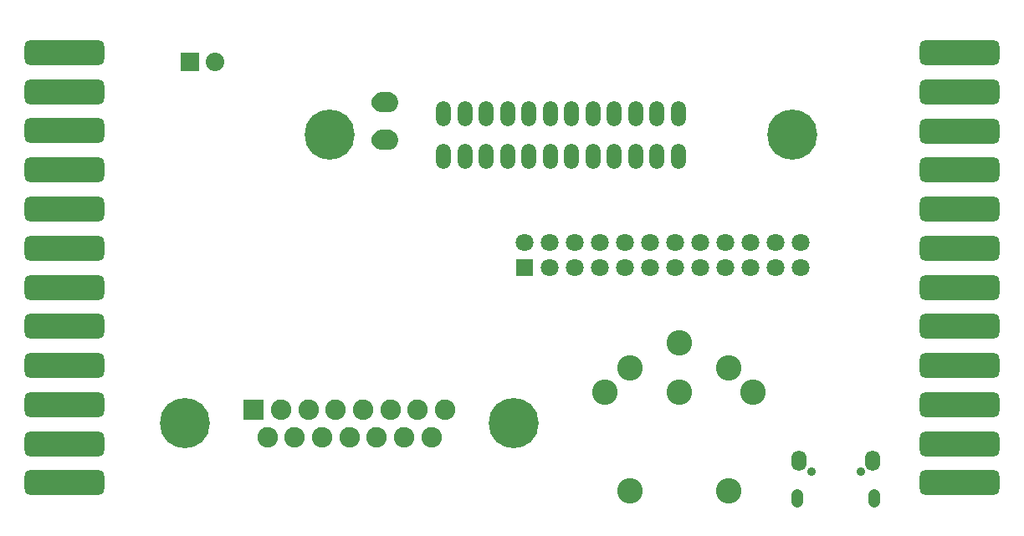
<source format=gbs>
G04*
G04 #@! TF.GenerationSoftware,Altium Limited,Altium Designer,21.0.9 (235)*
G04*
G04 Layer_Color=16711935*
%FSLAX25Y25*%
%MOIN*%
G70*
G04*
G04 #@! TF.SameCoordinates,60D4D8CC-B230-41AC-86C1-82D58538490A*
G04*
G04*
G04 #@! TF.FilePolarity,Negative*
G04*
G01*
G75*
G04:AMPARAMS|DCode=41|XSize=101.42mil|YSize=317.95mil|CornerRadius=26.1mil|HoleSize=0mil|Usage=FLASHONLY|Rotation=90.000|XOffset=0mil|YOffset=0mil|HoleType=Round|Shape=RoundedRectangle|*
%AMROUNDEDRECTD41*
21,1,0.10142,0.26575,0,0,90.0*
21,1,0.04921,0.31795,0,0,90.0*
1,1,0.05221,0.13287,0.02461*
1,1,0.05221,0.13287,-0.02461*
1,1,0.05221,-0.13287,-0.02461*
1,1,0.05221,-0.13287,0.02461*
%
%ADD41ROUNDEDRECTD41*%
%ADD43C,0.07386*%
%ADD44R,0.07386X0.07386*%
%ADD45C,0.19984*%
%ADD46O,0.05811X0.10142*%
%ADD47R,0.08173X0.08173*%
%ADD48C,0.08173*%
%ADD49C,0.10142*%
%ADD50C,0.03449*%
%ADD51O,0.04827X0.07386*%
%ADD52O,0.06008X0.08173*%
%ADD53C,0.07099*%
%ADD54R,0.07099X0.07099*%
G36*
X146762Y146094D02*
X144027Y146094D01*
X143513Y146091D01*
X142517Y146353D01*
X141623Y146864D01*
X140893Y147589D01*
X140375Y148478D01*
X140105Y149472D01*
X140102Y150501D01*
X140367Y151496D01*
X140880Y152388D01*
X141607Y153117D01*
X142498Y153633D01*
X143492Y153900D01*
X144007D01*
D01*
X146741D01*
X147256Y153902D01*
X148252Y153641D01*
X149146Y153130D01*
X149876Y152405D01*
X150394Y151516D01*
X150664Y150522D01*
X150667Y149493D01*
X150402Y148498D01*
X149889Y147605D01*
X149162Y146877D01*
X148271Y146361D01*
X147277Y146094D01*
X146762D01*
D01*
D02*
G37*
G36*
Y161094D02*
X144027Y161094D01*
X143513Y161091D01*
X142517Y161353D01*
X141623Y161864D01*
X140893Y162589D01*
X140375Y163478D01*
X140105Y164472D01*
X140102Y165501D01*
X140367Y166496D01*
X140880Y167388D01*
X141607Y168117D01*
X142498Y168633D01*
X143492Y168900D01*
X144007D01*
D01*
X146741D01*
X147256Y168903D01*
X148252Y168641D01*
X149146Y168130D01*
X149876Y167405D01*
X150394Y166516D01*
X150664Y165522D01*
X150667Y164493D01*
X150402Y163498D01*
X149889Y162605D01*
X149162Y161877D01*
X148271Y161361D01*
X147277Y161094D01*
X146762D01*
D01*
D02*
G37*
D41*
X374358Y75602D02*
D03*
Y44421D02*
D03*
Y91193D02*
D03*
Y60012D02*
D03*
Y28831D02*
D03*
Y13240D02*
D03*
Y106783D02*
D03*
Y122374D02*
D03*
X374365Y153555D02*
D03*
X374358Y184736D02*
D03*
Y137964D02*
D03*
Y169146D02*
D03*
X17799Y122397D02*
D03*
Y153579D02*
D03*
Y106807D02*
D03*
Y137988D02*
D03*
Y169169D02*
D03*
Y184760D02*
D03*
Y91216D02*
D03*
Y75626D02*
D03*
Y44445D02*
D03*
Y13264D02*
D03*
Y60035D02*
D03*
Y28854D02*
D03*
D43*
X77729Y180929D02*
D03*
D44*
X67729D02*
D03*
D45*
X307737Y151898D02*
D03*
X123485D02*
D03*
X196776Y36898D02*
D03*
X65673D02*
D03*
D46*
X168761Y160401D02*
D03*
X177264Y160480D02*
D03*
X185768D02*
D03*
X194272D02*
D03*
X202776D02*
D03*
X211280D02*
D03*
X219784D02*
D03*
X228288D02*
D03*
X236792D02*
D03*
X245296D02*
D03*
X253800D02*
D03*
X262304D02*
D03*
Y143472D02*
D03*
X253800D02*
D03*
X245296D02*
D03*
X236792D02*
D03*
X228288D02*
D03*
X219784D02*
D03*
X211280D02*
D03*
X202776D02*
D03*
X194272D02*
D03*
X185768D02*
D03*
X177264D02*
D03*
X168761D02*
D03*
D47*
X93055Y42488D02*
D03*
D48*
X103961D02*
D03*
X114866D02*
D03*
X125772D02*
D03*
X136677D02*
D03*
X147583D02*
D03*
X158488D02*
D03*
X169394D02*
D03*
X98508Y31307D02*
D03*
X109413D02*
D03*
X120319D02*
D03*
X131224D02*
D03*
X142130D02*
D03*
X153035D02*
D03*
X163941D02*
D03*
D49*
X292142Y49268D02*
D03*
X282299Y59110D02*
D03*
X262614Y49268D02*
D03*
X242929Y59110D02*
D03*
X233087Y49268D02*
D03*
X262614Y68953D02*
D03*
X282299Y9898D02*
D03*
X242929D02*
D03*
D50*
X334861Y17866D02*
D03*
X315176D02*
D03*
D51*
X340274Y7039D02*
D03*
X309762D02*
D03*
D52*
X339683Y22000D02*
D03*
X310353D02*
D03*
D53*
X310874Y109000D02*
D03*
X300874D02*
D03*
X290874D02*
D03*
X280874D02*
D03*
X270874D02*
D03*
X260874D02*
D03*
X250874D02*
D03*
X240874D02*
D03*
X270874Y99000D02*
D03*
X260874D02*
D03*
X250874D02*
D03*
X240874D02*
D03*
X230874D02*
D03*
X220874D02*
D03*
X210874D02*
D03*
X280874D02*
D03*
X290874D02*
D03*
X300874D02*
D03*
X310874D02*
D03*
X200874Y109000D02*
D03*
X210874D02*
D03*
X220874D02*
D03*
X230874D02*
D03*
D54*
X200874Y99000D02*
D03*
M02*

</source>
